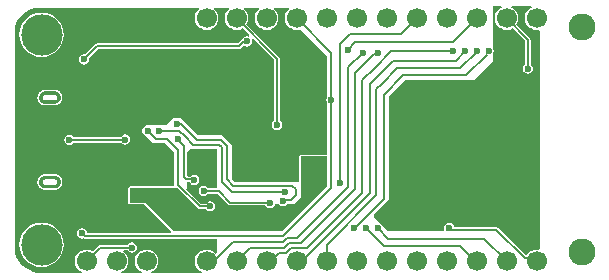
<source format=gbl>
G04*
G04 #@! TF.GenerationSoftware,Altium Limited,Altium Designer,20.2.6 (244)*
G04*
G04 Layer_Physical_Order=2*
G04 Layer_Color=16711680*
%FSLAX25Y25*%
%MOIN*%
G70*
G04*
G04 #@! TF.SameCoordinates,35E5D78F-83E5-4AAB-BCDB-BF6E4E5D2065*
G04*
G04*
G04 #@! TF.FilePolarity,Positive*
G04*
G01*
G75*
%ADD14C,0.00787*%
%ADD65C,0.09000*%
%ADD66C,0.13800*%
%ADD70C,0.01181*%
%ADD74C,0.06693*%
%ADD75C,0.02362*%
G36*
X92591Y88500D02*
X92257Y88243D01*
X91640Y87440D01*
X91253Y86504D01*
X91120Y85500D01*
X91253Y84496D01*
X91640Y83560D01*
X92257Y82757D01*
X93060Y82140D01*
X93996Y81753D01*
X95000Y81620D01*
X96004Y81753D01*
X96176Y81824D01*
X105000Y73000D01*
Y58982D01*
X104886Y58408D01*
X105000Y57835D01*
X105000Y40041D01*
X96500Y40041D01*
X96117Y39883D01*
X95959Y39500D01*
X95959Y31000D01*
X74612D01*
X73556Y32056D01*
X73612Y32112D01*
X73612Y43388D01*
X70300Y46700D01*
X61900Y46700D01*
X56400Y52200D01*
X53800Y52200D01*
X51600Y50000D01*
X44750Y50000D01*
X43500Y48750D01*
X43500Y47500D01*
X47100Y43900D01*
X51100D01*
X54000Y41000D01*
X54000Y29541D01*
X39500D01*
X39117Y29383D01*
X38959Y29000D01*
Y24000D01*
X39117Y23617D01*
X39500Y23459D01*
X44041D01*
X52250Y15250D01*
X52485D01*
X53323Y14411D01*
X53116Y13911D01*
X25192D01*
X25084Y14456D01*
X24712Y15012D01*
X24156Y15384D01*
X23500Y15514D01*
X22844Y15384D01*
X22288Y15012D01*
X21916Y14456D01*
X21786Y13800D01*
X21916Y13144D01*
X22288Y12588D01*
X22844Y12216D01*
X23500Y12086D01*
X24156Y12216D01*
X24170Y12226D01*
X24271Y12158D01*
X24620Y12089D01*
X68400D01*
Y7209D01*
X67900Y7039D01*
X67743Y7243D01*
X66940Y7860D01*
X66004Y8247D01*
X65000Y8380D01*
X63996Y8247D01*
X63060Y7860D01*
X62257Y7243D01*
X61640Y6440D01*
X61253Y5504D01*
X61120Y4500D01*
X61253Y3496D01*
X61640Y2560D01*
X62257Y1757D01*
X63060Y1140D01*
X63384Y1006D01*
X63284Y506D01*
X46716D01*
X46616Y1006D01*
X46940Y1140D01*
X47743Y1757D01*
X48360Y2560D01*
X48747Y3496D01*
X48880Y4500D01*
X48747Y5504D01*
X48360Y6440D01*
X47743Y7243D01*
X46940Y7860D01*
X46004Y8247D01*
X45000Y8380D01*
X43996Y8247D01*
X43060Y7860D01*
X42257Y7243D01*
X41640Y6440D01*
X41253Y5504D01*
X41120Y4500D01*
X41253Y3496D01*
X41640Y2560D01*
X42257Y1757D01*
X43060Y1140D01*
X43384Y1006D01*
X43284Y506D01*
X36715D01*
X36616Y1006D01*
X36940Y1140D01*
X37743Y1757D01*
X38360Y2560D01*
X38747Y3496D01*
X38880Y4500D01*
X38747Y5504D01*
X38360Y6440D01*
X37743Y7243D01*
X37163Y7689D01*
X37332Y8189D01*
X38687D01*
X38888Y7888D01*
X39444Y7516D01*
X40100Y7386D01*
X40756Y7516D01*
X41312Y7888D01*
X41684Y8444D01*
X41814Y9100D01*
X41684Y9756D01*
X41312Y10312D01*
X40756Y10684D01*
X40100Y10814D01*
X39444Y10684D01*
X38888Y10312D01*
X38687Y10011D01*
X29600D01*
X29251Y9942D01*
X28956Y9744D01*
X27014Y7803D01*
X26940Y7860D01*
X26004Y8247D01*
X25000Y8380D01*
X23996Y8247D01*
X23060Y7860D01*
X22257Y7243D01*
X21640Y6440D01*
X21253Y5504D01*
X21120Y4500D01*
X21253Y3496D01*
X21640Y2560D01*
X22257Y1757D01*
X23060Y1140D01*
X23384Y1006D01*
X23284Y506D01*
X10553D01*
X10523Y500D01*
X10509D01*
X10504Y501D01*
X10500Y501D01*
X10497D01*
X10482Y503D01*
X10464Y501D01*
X9845D01*
X8545Y672D01*
X7279Y1012D01*
X6068Y1513D01*
X4933Y2169D01*
X3893Y2966D01*
X2966Y3893D01*
X2169Y4933D01*
X1513Y6068D01*
X1012Y7279D01*
X1000Y7322D01*
X1000Y77496D01*
Y82732D01*
X1025Y82832D01*
X1823Y84558D01*
X2932Y86103D01*
X4312Y87411D01*
X5915Y88436D01*
X7329Y89000D01*
X62422Y89000D01*
X62591Y88500D01*
X62257Y88243D01*
X61640Y87440D01*
X61253Y86504D01*
X61120Y85500D01*
X61253Y84496D01*
X61640Y83560D01*
X62257Y82757D01*
X63060Y82140D01*
X63996Y81753D01*
X65000Y81620D01*
X66004Y81753D01*
X66940Y82140D01*
X67743Y82757D01*
X68360Y83560D01*
X68747Y84496D01*
X68880Y85500D01*
X68747Y86504D01*
X68360Y87440D01*
X67743Y88243D01*
X67409Y88500D01*
X67579Y89000D01*
X72421Y89000D01*
X72591Y88500D01*
X72257Y88243D01*
X71640Y87440D01*
X71253Y86504D01*
X71120Y85500D01*
X71253Y84496D01*
X71640Y83560D01*
X72257Y82757D01*
X73060Y82140D01*
X73996Y81753D01*
X75000Y81620D01*
X76004Y81753D01*
X76940Y82140D01*
X77014Y82197D01*
X79250Y79961D01*
X79140Y79415D01*
X79111Y79393D01*
X78500Y79514D01*
X77844Y79384D01*
X77288Y79012D01*
X76941Y78493D01*
X76869Y78445D01*
X75564Y77140D01*
X28528D01*
X28180Y77070D01*
X27884Y76873D01*
X24455Y73443D01*
X24100Y73514D01*
X23444Y73384D01*
X22888Y73012D01*
X22516Y72456D01*
X22386Y71800D01*
X22516Y71144D01*
X22888Y70588D01*
X23444Y70216D01*
X24100Y70086D01*
X24756Y70216D01*
X25312Y70588D01*
X25684Y71144D01*
X25814Y71800D01*
X25743Y72155D01*
X28906Y75317D01*
X75941D01*
X76290Y75387D01*
X76585Y75584D01*
X77469Y76468D01*
X77844Y76217D01*
X78500Y76086D01*
X79156Y76217D01*
X79712Y76588D01*
X80084Y77144D01*
X80214Y77800D01*
X80092Y78412D01*
X80115Y78440D01*
X80661Y78551D01*
X87589Y71623D01*
Y51413D01*
X87288Y51212D01*
X86916Y50656D01*
X86786Y50000D01*
X86916Y49344D01*
X87288Y48788D01*
X87844Y48416D01*
X88500Y48286D01*
X89156Y48416D01*
X89712Y48788D01*
X90084Y49344D01*
X90214Y50000D01*
X90084Y50656D01*
X89712Y51212D01*
X89411Y51413D01*
Y72000D01*
X89342Y72349D01*
X89144Y72644D01*
X78303Y83486D01*
X78360Y83560D01*
X78747Y84496D01*
X78880Y85500D01*
X78747Y86504D01*
X78360Y87440D01*
X77743Y88243D01*
X77409Y88500D01*
X77579Y89000D01*
X82421D01*
X82591Y88500D01*
X82257Y88243D01*
X81640Y87440D01*
X81253Y86504D01*
X81120Y85500D01*
X81253Y84496D01*
X81640Y83560D01*
X82257Y82757D01*
X83060Y82140D01*
X83996Y81753D01*
X85000Y81620D01*
X86004Y81753D01*
X86940Y82140D01*
X87743Y82757D01*
X88360Y83560D01*
X88747Y84496D01*
X88880Y85500D01*
X88747Y86504D01*
X88360Y87440D01*
X87743Y88243D01*
X87409Y88500D01*
X87578Y89000D01*
X92422D01*
X92591Y88500D01*
D02*
G37*
G36*
X173393Y88998D02*
X173060Y88860D01*
X172257Y88243D01*
X171640Y87440D01*
X171253Y86504D01*
X171120Y85500D01*
X171253Y84496D01*
X171640Y83560D01*
X172257Y82757D01*
X173060Y82140D01*
X173996Y81753D01*
X175000Y81620D01*
X175624Y81703D01*
X176000Y81373D01*
X176000Y8627D01*
X175624Y8298D01*
X175000Y8380D01*
X173996Y8247D01*
X173060Y7860D01*
X172257Y7243D01*
X171881Y6754D01*
X171231Y6697D01*
X163439Y14488D01*
X163401D01*
X162211Y15677D01*
X161916Y15875D01*
X161567Y15944D01*
X147546D01*
X147484Y16256D01*
X147112Y16812D01*
X146556Y17184D01*
X145900Y17314D01*
X145244Y17184D01*
X144688Y16812D01*
X144316Y16256D01*
X144186Y15600D01*
X144308Y14988D01*
X144291Y14863D01*
X144091Y14488D01*
X125512D01*
X120900Y19100D01*
X120900Y20400D01*
X125700Y25200D01*
X125735Y59300D01*
X131235Y64800D01*
X136700D01*
X154100Y64800D01*
X160500Y71200D01*
Y73719D01*
X160584Y73844D01*
X160714Y74500D01*
X160584Y75156D01*
X160500Y75281D01*
Y89498D01*
X163293Y89498D01*
X163392Y88998D01*
X163060Y88860D01*
X162257Y88243D01*
X161640Y87440D01*
X161253Y86504D01*
X161120Y85500D01*
X161253Y84496D01*
X161640Y83560D01*
X162257Y82757D01*
X163060Y82140D01*
X163996Y81753D01*
X165000Y81620D01*
X166004Y81753D01*
X166940Y82140D01*
X167014Y82197D01*
X171189Y78023D01*
Y70113D01*
X170888Y69912D01*
X170516Y69356D01*
X170386Y68700D01*
X170516Y68044D01*
X170888Y67488D01*
X171444Y67116D01*
X172100Y66986D01*
X172756Y67116D01*
X173312Y67488D01*
X173684Y68044D01*
X173814Y68700D01*
X173684Y69356D01*
X173312Y69912D01*
X173011Y70113D01*
Y78400D01*
X172942Y78749D01*
X172744Y79044D01*
X168303Y83486D01*
X168360Y83560D01*
X168747Y84496D01*
X168880Y85500D01*
X168747Y86504D01*
X168360Y87440D01*
X167743Y88243D01*
X166940Y88860D01*
X166607Y88998D01*
X166707Y89498D01*
X173294Y89498D01*
X173393Y88998D01*
D02*
G37*
G36*
X68500Y28911D02*
X65513D01*
X65312Y29212D01*
X64756Y29584D01*
X64100Y29714D01*
X63444Y29584D01*
X62888Y29212D01*
X62516Y28656D01*
X62386Y28000D01*
X62516Y27344D01*
X62888Y26788D01*
X63444Y26416D01*
X64100Y26286D01*
X64756Y26416D01*
X65312Y26788D01*
X65513Y27089D01*
X68500D01*
Y27000D01*
X72000Y23500D01*
X72211D01*
X72256Y23456D01*
X72551Y23258D01*
X72900Y23189D01*
X84653D01*
X84988Y22688D01*
X85544Y22316D01*
X86200Y22186D01*
X86856Y22316D01*
X87412Y22688D01*
X87784Y23244D01*
X87835Y23500D01*
X89213D01*
X89288Y23388D01*
X89844Y23016D01*
X90500Y22886D01*
X91156Y23016D01*
X91712Y23388D01*
X91787Y23500D01*
X94000Y23500D01*
X96500Y26000D01*
X96500Y39500D01*
X105000Y39500D01*
Y29500D01*
X90000Y14500D01*
X54000D01*
X44500Y24000D01*
X39500D01*
Y29000D01*
X55211D01*
X62030Y22182D01*
X62325Y21984D01*
X62674Y21915D01*
X64847D01*
X65048Y21614D01*
X65604Y21242D01*
X66260Y21112D01*
X66916Y21242D01*
X67472Y21614D01*
X67843Y22170D01*
X67974Y22826D01*
X67843Y23482D01*
X67472Y24038D01*
X66916Y24409D01*
X66260Y24540D01*
X65604Y24409D01*
X65048Y24038D01*
X64847Y23737D01*
X63051D01*
X58251Y28538D01*
X58442Y29000D01*
X58500D01*
Y30915D01*
X59336D01*
X59688Y30388D01*
X60244Y30016D01*
X60900Y29886D01*
X61556Y30016D01*
X62112Y30388D01*
X62484Y30944D01*
X62614Y31600D01*
X62484Y32256D01*
X62112Y32812D01*
X61556Y33184D01*
X60900Y33314D01*
X60244Y33184D01*
X59688Y32812D01*
X59638Y32737D01*
X58937D01*
X58500Y33174D01*
X58500Y41000D01*
X59500Y42000D01*
X68500D01*
Y28911D01*
D02*
G37*
%LPC*%
G36*
X10000Y87436D02*
X8549Y87293D01*
X7154Y86870D01*
X5869Y86183D01*
X4742Y85258D01*
X3817Y84131D01*
X3130Y82846D01*
X2707Y81451D01*
X2564Y80000D01*
X2707Y78549D01*
X3130Y77154D01*
X3817Y75869D01*
X4742Y74742D01*
X5869Y73817D01*
X7154Y73130D01*
X8549Y72707D01*
X10000Y72564D01*
X11451Y72707D01*
X12846Y73130D01*
X14131Y73817D01*
X15258Y74742D01*
X16183Y75869D01*
X16870Y77154D01*
X17293Y78549D01*
X17436Y80000D01*
X17293Y81451D01*
X16870Y82846D01*
X16183Y84131D01*
X15258Y85258D01*
X14131Y86183D01*
X12846Y86870D01*
X11451Y87293D01*
X10000Y87436D01*
D02*
G37*
G36*
X11336Y61685D02*
X11323Y61680D01*
X11310Y61685D01*
X11196Y61682D01*
X11182Y61676D01*
X11168Y61681D01*
X11055Y61672D01*
X11041Y61665D01*
X11026Y61669D01*
X10914Y61654D01*
X10901Y61646D01*
X10886Y61649D01*
X10774Y61629D01*
X10762Y61620D01*
X10747Y61623D01*
X10636Y61596D01*
X10624Y61587D01*
X10609Y61589D01*
X10500Y61557D01*
X10488Y61547D01*
X10473Y61548D01*
X10366Y61510D01*
X10355Y61500D01*
X10340D01*
X10235Y61457D01*
X10224Y61446D01*
X10209Y61445D01*
X10107Y61396D01*
X10096Y61385D01*
X10081Y61383D01*
X9982Y61329D01*
X9972Y61317D01*
X9957Y61315D01*
X9860Y61256D01*
X9851Y61243D01*
X9837Y61240D01*
X9743Y61176D01*
X9735Y61163D01*
X9720Y61159D01*
X9630Y61090D01*
X9623Y61077D01*
X9608Y61072D01*
X9522Y60999D01*
X9515Y60985D01*
X9501Y60980D01*
X9418Y60902D01*
X9412Y60888D01*
X9398Y60882D01*
X9320Y60799D01*
X9315Y60785D01*
X9301Y60778D01*
X9228Y60692D01*
X9223Y60677D01*
X9210Y60670D01*
X9141Y60580D01*
X9137Y60565D01*
X9124Y60557D01*
X9060Y60463D01*
X9057Y60449D01*
X9044Y60440D01*
X8985Y60343D01*
X8983Y60328D01*
X8971Y60318D01*
X8917Y60219D01*
X8915Y60204D01*
X8904Y60194D01*
X8855Y60091D01*
X8854Y60076D01*
X8843Y60065D01*
X8800Y59960D01*
Y59945D01*
X8790Y59934D01*
X8752Y59827D01*
X8753Y59812D01*
X8743Y59800D01*
X8711Y59691D01*
X8713Y59676D01*
X8704Y59664D01*
X8677Y59553D01*
X8680Y59538D01*
X8671Y59526D01*
X8651Y59414D01*
X8654Y59399D01*
X8646Y59386D01*
X8631Y59274D01*
X8636Y59258D01*
X8628Y59244D01*
X8619Y59115D01*
X8628Y59088D01*
X8617Y59061D01*
X8620Y58952D01*
X8626Y58939D01*
X8622Y58924D01*
X8630Y58816D01*
X8637Y58803D01*
X8633Y58788D01*
X8647Y58681D01*
X8655Y58668D01*
X8652Y58653D01*
X8671Y58546D01*
X8680Y58534D01*
X8677Y58519D01*
X8703Y58413D01*
X8711Y58401D01*
X8710Y58386D01*
X8741Y58282D01*
X8750Y58271D01*
X8749Y58255D01*
X8785Y58153D01*
X8796Y58142D01*
Y58127D01*
X8837Y58027D01*
X8848Y58016D01*
X8849Y58001D01*
X8895Y57903D01*
X8906Y57893D01*
X8908Y57878D01*
X8960Y57783D01*
X8971Y57774D01*
X8974Y57759D01*
X9030Y57666D01*
X9043Y57657D01*
X9046Y57643D01*
X9107Y57553D01*
X9120Y57545D01*
X9124Y57530D01*
X9189Y57445D01*
X9203Y57437D01*
X9207Y57423D01*
X9278Y57340D01*
X9291Y57333D01*
X9297Y57319D01*
X9371Y57241D01*
X9385Y57235D01*
X9391Y57221D01*
X9470Y57146D01*
X9484Y57141D01*
X9491Y57127D01*
X9573Y57057D01*
X9587Y57052D01*
X9595Y57039D01*
X9681Y56973D01*
X9696Y56969D01*
X9704Y56957D01*
X9793Y56895D01*
X9808Y56892D01*
X9817Y56880D01*
X9909Y56823D01*
X9924Y56821D01*
X9933Y56809D01*
X10029Y56757D01*
X10044Y56756D01*
X10054Y56745D01*
X10152Y56698D01*
X10167Y56697D01*
X10177Y56687D01*
X10277Y56645D01*
X10293D01*
X10304Y56635D01*
X10406Y56599D01*
X10421Y56600D01*
X10433Y56590D01*
X10537Y56559D01*
X10552Y56561D01*
X10564Y56552D01*
X10669Y56527D01*
X10684Y56529D01*
X10697Y56521D01*
X10803Y56501D01*
X10818Y56504D01*
X10831Y56497D01*
X10938Y56483D01*
X10953Y56486D01*
X10967Y56480D01*
X11075Y56471D01*
X11089Y56476D01*
X11103Y56470D01*
X11211Y56467D01*
X11218Y56470D01*
X11225Y56467D01*
X14172D01*
X14264Y56465D01*
X14277Y56470D01*
X14290Y56465D01*
X14404Y56468D01*
X14418Y56474D01*
X14432Y56469D01*
X14545Y56478D01*
X14559Y56485D01*
X14574Y56481D01*
X14686Y56496D01*
X14699Y56503D01*
X14714Y56500D01*
X14826Y56521D01*
X14838Y56529D01*
X14853Y56527D01*
X14964Y56553D01*
X14976Y56562D01*
X14991Y56561D01*
X15100Y56593D01*
X15112Y56602D01*
X15127Y56602D01*
X15234Y56639D01*
X15245Y56650D01*
X15260D01*
X15365Y56693D01*
X15376Y56704D01*
X15391Y56705D01*
X15493Y56753D01*
X15504Y56765D01*
X15519Y56766D01*
X15618Y56820D01*
X15628Y56832D01*
X15643Y56835D01*
X15740Y56894D01*
X15749Y56906D01*
X15764Y56909D01*
X15857Y56974D01*
X15865Y56986D01*
X15880Y56990D01*
X15970Y57059D01*
X15978Y57073D01*
X15992Y57077D01*
X16078Y57151D01*
X16085Y57164D01*
X16099Y57170D01*
X16182Y57248D01*
X16188Y57262D01*
X16202Y57268D01*
X16280Y57350D01*
X16285Y57364D01*
X16299Y57371D01*
X16372Y57458D01*
X16377Y57472D01*
X16390Y57480D01*
X16459Y57570D01*
X16463Y57584D01*
X16476Y57593D01*
X16540Y57686D01*
X16544Y57701D01*
X16556Y57710D01*
X16615Y57807D01*
X16617Y57822D01*
X16629Y57831D01*
X16683Y57931D01*
X16685Y57946D01*
X16696Y57956D01*
X16745Y58059D01*
X16746Y58074D01*
X16757Y58084D01*
X16800Y58189D01*
Y58205D01*
X16810Y58216D01*
X16848Y58323D01*
X16847Y58338D01*
X16857Y58350D01*
X16889Y58459D01*
X16887Y58474D01*
X16896Y58486D01*
X16923Y58596D01*
X16920Y58611D01*
X16929Y58624D01*
X16949Y58736D01*
X16946Y58750D01*
X16954Y58763D01*
X16969Y58876D01*
X16964Y58892D01*
X16972Y58906D01*
X16981Y59034D01*
X16972Y59062D01*
X16983Y59089D01*
X16980Y59197D01*
X16974Y59211D01*
X16978Y59225D01*
X16970Y59333D01*
X16963Y59347D01*
X16967Y59361D01*
X16953Y59469D01*
X16945Y59482D01*
X16948Y59497D01*
X16929Y59603D01*
X16920Y59616D01*
X16923Y59631D01*
X16898Y59736D01*
X16889Y59748D01*
X16890Y59763D01*
X16860Y59867D01*
X16850Y59879D01*
X16851Y59894D01*
X16815Y59996D01*
X16804Y60007D01*
Y60023D01*
X16763Y60123D01*
X16752Y60133D01*
X16751Y60149D01*
X16705Y60246D01*
X16694Y60256D01*
X16692Y60271D01*
X16641Y60366D01*
X16629Y60376D01*
X16626Y60391D01*
X16570Y60483D01*
X16557Y60492D01*
X16554Y60507D01*
X16493Y60596D01*
X16480Y60605D01*
X16476Y60619D01*
X16410Y60705D01*
X16397Y60713D01*
X16393Y60727D01*
X16322Y60809D01*
X16309Y60816D01*
X16303Y60830D01*
X16229Y60909D01*
X16215Y60915D01*
X16209Y60929D01*
X16130Y61003D01*
X16116Y61009D01*
X16109Y61022D01*
X16027Y61093D01*
X16013Y61097D01*
X16005Y61111D01*
X15919Y61176D01*
X15904Y61180D01*
X15896Y61193D01*
X15807Y61254D01*
X15792Y61257D01*
X15783Y61270D01*
X15691Y61326D01*
X15676Y61329D01*
X15666Y61340D01*
X15571Y61392D01*
X15556Y61394D01*
X15546Y61405D01*
X15449Y61452D01*
X15433Y61452D01*
X15423Y61463D01*
X15323Y61505D01*
X15307D01*
X15296Y61515D01*
X15194Y61551D01*
X15179Y61550D01*
X15167Y61559D01*
X15064Y61590D01*
X15048Y61589D01*
X15036Y61598D01*
X14931Y61623D01*
X14916Y61620D01*
X14903Y61629D01*
X14797Y61648D01*
X14782Y61645D01*
X14769Y61653D01*
X14661Y61667D01*
X14647Y61663D01*
X14633Y61670D01*
X14525Y61678D01*
X14511Y61674D01*
X14497Y61680D01*
X14389Y61683D01*
X14382Y61680D01*
X14375Y61683D01*
X11428D01*
X11336Y61685D01*
D02*
G37*
G36*
X37900Y46814D02*
X37244Y46684D01*
X36688Y46312D01*
X36420Y45911D01*
X20713D01*
X20512Y46212D01*
X19956Y46584D01*
X19300Y46714D01*
X18644Y46584D01*
X18088Y46212D01*
X17716Y45656D01*
X17586Y45000D01*
X17716Y44344D01*
X18088Y43788D01*
X18644Y43416D01*
X19300Y43286D01*
X19956Y43416D01*
X20512Y43788D01*
X20713Y44089D01*
X36554D01*
X36688Y43888D01*
X37244Y43516D01*
X37900Y43386D01*
X38556Y43516D01*
X39112Y43888D01*
X39484Y44444D01*
X39614Y45100D01*
X39484Y45756D01*
X39112Y46312D01*
X38556Y46684D01*
X37900Y46814D01*
D02*
G37*
G36*
X11336Y33535D02*
X11323Y33530D01*
X11310Y33535D01*
X11196Y33532D01*
X11182Y33526D01*
X11168Y33531D01*
X11055Y33522D01*
X11041Y33515D01*
X11026Y33519D01*
X10914Y33504D01*
X10901Y33497D01*
X10886Y33500D01*
X10774Y33479D01*
X10762Y33471D01*
X10747Y33473D01*
X10636Y33447D01*
X10624Y33438D01*
X10609Y33439D01*
X10500Y33407D01*
X10488Y33398D01*
X10473Y33398D01*
X10366Y33361D01*
X10355Y33350D01*
X10340D01*
X10235Y33307D01*
X10224Y33296D01*
X10209Y33295D01*
X10107Y33247D01*
X10096Y33235D01*
X10081Y33234D01*
X9982Y33180D01*
X9972Y33168D01*
X9957Y33165D01*
X9860Y33106D01*
X9851Y33094D01*
X9837Y33091D01*
X9743Y33026D01*
X9735Y33014D01*
X9720Y33010D01*
X9630Y32941D01*
X9623Y32928D01*
X9608Y32923D01*
X9522Y32849D01*
X9515Y32836D01*
X9501Y32830D01*
X9418Y32752D01*
X9412Y32738D01*
X9398Y32732D01*
X9320Y32650D01*
X9315Y32636D01*
X9301Y32629D01*
X9228Y32542D01*
X9223Y32528D01*
X9210Y32520D01*
X9141Y32430D01*
X9137Y32416D01*
X9124Y32407D01*
X9060Y32314D01*
X9057Y32299D01*
X9044Y32290D01*
X8985Y32193D01*
X8983Y32178D01*
X8971Y32169D01*
X8917Y32069D01*
X8915Y32054D01*
X8904Y32044D01*
X8855Y31941D01*
X8854Y31926D01*
X8843Y31916D01*
X8800Y31811D01*
Y31795D01*
X8790Y31784D01*
X8752Y31677D01*
X8753Y31662D01*
X8743Y31650D01*
X8711Y31541D01*
X8713Y31526D01*
X8704Y31514D01*
X8677Y31404D01*
X8680Y31389D01*
X8671Y31376D01*
X8651Y31264D01*
X8654Y31250D01*
X8646Y31236D01*
X8631Y31124D01*
X8636Y31108D01*
X8628Y31094D01*
X8619Y30966D01*
X8628Y30938D01*
X8617Y30911D01*
X8620Y30803D01*
X8626Y30789D01*
X8622Y30775D01*
X8630Y30667D01*
X8637Y30653D01*
X8633Y30639D01*
X8647Y30531D01*
X8655Y30518D01*
X8652Y30503D01*
X8671Y30397D01*
X8680Y30384D01*
X8677Y30369D01*
X8703Y30264D01*
X8711Y30252D01*
X8710Y30237D01*
X8741Y30133D01*
X8750Y30121D01*
X8749Y30106D01*
X8785Y30004D01*
X8795Y29992D01*
Y29977D01*
X8837Y29877D01*
X8848Y29867D01*
X8849Y29851D01*
X8895Y29754D01*
X8906Y29744D01*
X8908Y29729D01*
X8960Y29634D01*
X8971Y29624D01*
X8974Y29609D01*
X9030Y29517D01*
X9043Y29508D01*
X9046Y29493D01*
X9107Y29404D01*
X9120Y29395D01*
X9124Y29381D01*
X9189Y29295D01*
X9203Y29287D01*
X9207Y29273D01*
X9278Y29191D01*
X9291Y29184D01*
X9297Y29170D01*
X9371Y29091D01*
X9385Y29085D01*
X9391Y29071D01*
X9470Y28997D01*
X9484Y28991D01*
X9491Y28978D01*
X9573Y28907D01*
X9587Y28903D01*
X9595Y28890D01*
X9681Y28824D01*
X9696Y28820D01*
X9704Y28807D01*
X9793Y28746D01*
X9808Y28743D01*
X9817Y28730D01*
X9909Y28674D01*
X9924Y28671D01*
X9933Y28660D01*
X10029Y28608D01*
X10044Y28606D01*
X10054Y28595D01*
X10152Y28548D01*
X10167Y28548D01*
X10177Y28537D01*
X10277Y28495D01*
X10293D01*
X10304Y28485D01*
X10406Y28449D01*
X10421Y28450D01*
X10433Y28440D01*
X10537Y28410D01*
X10552Y28411D01*
X10564Y28402D01*
X10669Y28377D01*
X10684Y28380D01*
X10697Y28371D01*
X10803Y28352D01*
X10818Y28355D01*
X10831Y28347D01*
X10938Y28333D01*
X10953Y28337D01*
X10967Y28330D01*
X11075Y28322D01*
X11089Y28326D01*
X11103Y28320D01*
X11211Y28317D01*
X11218Y28320D01*
X11225Y28317D01*
X14172D01*
X14264Y28315D01*
X14277Y28320D01*
X14290Y28315D01*
X14404Y28318D01*
X14418Y28324D01*
X14432Y28319D01*
X14545Y28328D01*
X14559Y28335D01*
X14574Y28331D01*
X14686Y28346D01*
X14699Y28354D01*
X14714Y28351D01*
X14826Y28371D01*
X14838Y28379D01*
X14853Y28377D01*
X14964Y28404D01*
X14976Y28413D01*
X14991Y28411D01*
X15100Y28443D01*
X15112Y28453D01*
X15127Y28452D01*
X15234Y28490D01*
X15245Y28500D01*
X15260D01*
X15365Y28543D01*
X15376Y28554D01*
X15391Y28555D01*
X15494Y28604D01*
X15504Y28615D01*
X15519Y28617D01*
X15618Y28671D01*
X15628Y28683D01*
X15643Y28685D01*
X15740Y28744D01*
X15749Y28756D01*
X15763Y28760D01*
X15857Y28824D01*
X15865Y28837D01*
X15880Y28841D01*
X15970Y28910D01*
X15978Y28923D01*
X15992Y28928D01*
X16078Y29001D01*
X16085Y29015D01*
X16099Y29020D01*
X16182Y29098D01*
X16188Y29112D01*
X16202Y29118D01*
X16280Y29201D01*
X16285Y29215D01*
X16299Y29222D01*
X16372Y29308D01*
X16377Y29322D01*
X16390Y29330D01*
X16459Y29420D01*
X16463Y29435D01*
X16476Y29443D01*
X16540Y29537D01*
X16544Y29551D01*
X16556Y29560D01*
X16615Y29657D01*
X16617Y29672D01*
X16629Y29682D01*
X16683Y29781D01*
X16685Y29796D01*
X16696Y29807D01*
X16745Y29909D01*
X16746Y29924D01*
X16757Y29935D01*
X16800Y30040D01*
Y30055D01*
X16810Y30066D01*
X16848Y30173D01*
X16847Y30188D01*
X16857Y30200D01*
X16889Y30309D01*
X16887Y30324D01*
X16896Y30336D01*
X16923Y30447D01*
X16920Y30462D01*
X16929Y30474D01*
X16949Y30586D01*
X16946Y30601D01*
X16954Y30614D01*
X16969Y30726D01*
X16964Y30742D01*
X16972Y30757D01*
X16981Y30885D01*
X16972Y30912D01*
X16983Y30939D01*
X16980Y31047D01*
X16974Y31061D01*
X16978Y31076D01*
X16970Y31184D01*
X16963Y31197D01*
X16967Y31212D01*
X16953Y31319D01*
X16945Y31332D01*
X16948Y31347D01*
X16929Y31454D01*
X16920Y31466D01*
X16923Y31481D01*
X16898Y31587D01*
X16889Y31599D01*
X16890Y31614D01*
X16860Y31718D01*
X16850Y31729D01*
X16851Y31745D01*
X16815Y31847D01*
X16804Y31858D01*
Y31873D01*
X16763Y31973D01*
X16752Y31984D01*
X16751Y31999D01*
X16705Y32097D01*
X16694Y32107D01*
X16692Y32122D01*
X16641Y32217D01*
X16629Y32226D01*
X16626Y32241D01*
X16570Y32334D01*
X16557Y32343D01*
X16554Y32357D01*
X16493Y32447D01*
X16480Y32455D01*
X16476Y32469D01*
X16410Y32555D01*
X16397Y32563D01*
X16393Y32577D01*
X16322Y32660D01*
X16309Y32667D01*
X16303Y32681D01*
X16229Y32759D01*
X16215Y32765D01*
X16209Y32779D01*
X16130Y32854D01*
X16116Y32859D01*
X16109Y32873D01*
X16027Y32943D01*
X16013Y32948D01*
X16005Y32961D01*
X15919Y33027D01*
X15904Y33031D01*
X15896Y33043D01*
X15807Y33105D01*
X15792Y33108D01*
X15783Y33120D01*
X15691Y33177D01*
X15676Y33179D01*
X15666Y33191D01*
X15571Y33242D01*
X15556Y33244D01*
X15546Y33255D01*
X15449Y33302D01*
X15433Y33303D01*
X15423Y33313D01*
X15323Y33355D01*
X15307D01*
X15296Y33365D01*
X15194Y33401D01*
X15179Y33400D01*
X15167Y33410D01*
X15064Y33441D01*
X15048Y33439D01*
X15036Y33448D01*
X14931Y33473D01*
X14916Y33471D01*
X14903Y33479D01*
X14797Y33499D01*
X14782Y33496D01*
X14769Y33503D01*
X14661Y33517D01*
X14647Y33514D01*
X14633Y33520D01*
X14525Y33529D01*
X14511Y33524D01*
X14497Y33530D01*
X14389Y33533D01*
X14382Y33530D01*
X14375Y33533D01*
X11428D01*
X11336Y33535D01*
D02*
G37*
G36*
X10000Y17436D02*
X8549Y17293D01*
X7154Y16870D01*
X5869Y16183D01*
X4742Y15258D01*
X3817Y14131D01*
X3130Y12846D01*
X2707Y11451D01*
X2564Y10000D01*
X2707Y8549D01*
X3130Y7154D01*
X3817Y5869D01*
X4742Y4742D01*
X5869Y3817D01*
X7154Y3130D01*
X8549Y2707D01*
X10000Y2564D01*
X11451Y2707D01*
X12846Y3130D01*
X14131Y3817D01*
X15258Y4742D01*
X16183Y5869D01*
X16870Y7154D01*
X17293Y8549D01*
X17436Y10000D01*
X17293Y11451D01*
X16870Y12846D01*
X16183Y14131D01*
X15258Y15258D01*
X14131Y16183D01*
X12846Y16870D01*
X11451Y17293D01*
X10000Y17436D01*
D02*
G37*
%LPD*%
G36*
X11422Y61142D02*
X14375D01*
X14483Y61139D01*
X14591Y61130D01*
X14698Y61116D01*
X14805Y61097D01*
X14910Y61071D01*
X15013Y61041D01*
X15115Y61004D01*
X15215Y60963D01*
X15313Y60916D01*
X15408Y60865D01*
X15500Y60808D01*
X15590Y60747D01*
X15676Y60681D01*
X15758Y60611D01*
X15836Y60536D01*
X15911Y60458D01*
X15981Y60376D01*
X16047Y60290D01*
X16108Y60201D01*
X16165Y60108D01*
X16217Y60013D01*
X16263Y59916D01*
X16304Y59816D01*
X16341Y59714D01*
X16371Y59610D01*
X16397Y59504D01*
X16416Y59398D01*
X16430Y59291D01*
X16439Y59183D01*
X16442Y59075D01*
X16432Y58947D01*
X16417Y58834D01*
X16397Y58723D01*
X16370Y58612D01*
X16338Y58503D01*
X16300Y58396D01*
X16257Y58292D01*
X16208Y58189D01*
X16154Y58089D01*
X16094Y57993D01*
X16030Y57899D01*
X15961Y57809D01*
X15887Y57723D01*
X15809Y57640D01*
X15727Y57562D01*
X15641Y57489D01*
X15551Y57420D01*
X15457Y57355D01*
X15360Y57296D01*
X15260Y57242D01*
X15158Y57193D01*
X15053Y57150D01*
X14946Y57112D01*
X14837Y57079D01*
X14727Y57053D01*
X14615Y57032D01*
X14503Y57017D01*
X14390Y57009D01*
X14276Y57006D01*
X14178Y57008D01*
X11225D01*
X11117Y57011D01*
X11009Y57019D01*
X10902Y57033D01*
X10796Y57053D01*
X10690Y57078D01*
X10587Y57109D01*
X10485Y57145D01*
X10385Y57187D01*
X10287Y57233D01*
X10192Y57285D01*
X10099Y57341D01*
X10010Y57403D01*
X9924Y57468D01*
X9842Y57539D01*
X9764Y57613D01*
X9689Y57692D01*
X9619Y57774D01*
X9553Y57860D01*
X9492Y57949D01*
X9435Y58041D01*
X9384Y58136D01*
X9337Y58234D01*
X9296Y58334D01*
X9259Y58436D01*
X9229Y58540D01*
X9203Y58645D01*
X9184Y58751D01*
X9170Y58859D01*
X9161Y58967D01*
X9158Y59075D01*
X9168Y59203D01*
X9183Y59316D01*
X9203Y59427D01*
X9230Y59537D01*
X9262Y59646D01*
X9300Y59753D01*
X9343Y59858D01*
X9392Y59960D01*
X9446Y60060D01*
X9506Y60157D01*
X9570Y60251D01*
X9639Y60340D01*
X9713Y60427D01*
X9791Y60509D01*
X9873Y60587D01*
X9960Y60661D01*
X10050Y60730D01*
X10143Y60794D01*
X10240Y60854D01*
X10340Y60908D01*
X10442Y60957D01*
X10547Y61000D01*
X10654Y61038D01*
X10763Y61070D01*
X10873Y61097D01*
X10984Y61117D01*
X11097Y61132D01*
X11210Y61141D01*
X11324Y61144D01*
X11422Y61142D01*
D02*
G37*
%LPC*%
G36*
X14375Y59961D02*
X11225D01*
X11179Y59959D01*
X11133Y59956D01*
X11087Y59950D01*
X11041Y59941D01*
X10996Y59930D01*
X10951Y59917D01*
X10908Y59902D01*
X10865Y59884D01*
X10823Y59864D01*
X10782Y59842D01*
X10743Y59818D01*
X10705Y59791D01*
X10668Y59763D01*
X10633Y59733D01*
X10599Y59701D01*
X10567Y59667D01*
X10537Y59632D01*
X10509Y59596D01*
X10482Y59557D01*
X10458Y59518D01*
X10436Y59477D01*
X10416Y59435D01*
X10398Y59392D01*
X10383Y59348D01*
X10369Y59304D01*
X10359Y59259D01*
X10350Y59213D01*
X10344Y59167D01*
X10341Y59121D01*
X10339Y59075D01*
X10341Y59028D01*
X10344Y58982D01*
X10350Y58936D01*
X10359Y58891D01*
X10369Y58846D01*
X10383Y58801D01*
X10398Y58757D01*
X10416Y58714D01*
X10436Y58673D01*
X10458Y58632D01*
X10482Y58592D01*
X10509Y58554D01*
X10537Y58517D01*
X10567Y58482D01*
X10599Y58448D01*
X10633Y58416D01*
X10668Y58386D01*
X10705Y58358D01*
X10743Y58332D01*
X10782Y58308D01*
X10823Y58285D01*
X10865Y58266D01*
X10908Y58248D01*
X10951Y58232D01*
X10996Y58219D01*
X11041Y58208D01*
X11087Y58200D01*
X11133Y58194D01*
X11179Y58190D01*
X11225Y58189D01*
X14375D01*
X14421Y58190D01*
X14467Y58194D01*
X14513Y58200D01*
X14559Y58208D01*
X14604Y58219D01*
X14649Y58232D01*
X14692Y58248D01*
X14735Y58266D01*
X14777Y58285D01*
X14818Y58308D01*
X14857Y58332D01*
X14896Y58358D01*
X14932Y58386D01*
X14967Y58416D01*
X15001Y58448D01*
X15033Y58482D01*
X15063Y58517D01*
X15091Y58554D01*
X15118Y58592D01*
X15142Y58632D01*
X15164Y58673D01*
X15184Y58714D01*
X15202Y58757D01*
X15217Y58801D01*
X15230Y58846D01*
X15241Y58891D01*
X15250Y58936D01*
X15256Y58982D01*
X15259Y59028D01*
X15261Y59075D01*
X15259Y59121D01*
X15256Y59167D01*
X15250Y59213D01*
X15241Y59259D01*
X15230Y59304D01*
X15217Y59348D01*
X15202Y59392D01*
X15184Y59435D01*
X15164Y59477D01*
X15142Y59518D01*
X15118Y59557D01*
X15091Y59596D01*
X15063Y59632D01*
X15033Y59667D01*
X15001Y59701D01*
X14967Y59733D01*
X14932Y59763D01*
X14896Y59791D01*
X14857Y59818D01*
X14818Y59842D01*
X14777Y59864D01*
X14735Y59884D01*
X14692Y59902D01*
X14649Y59917D01*
X14604Y59930D01*
X14559Y59941D01*
X14513Y59950D01*
X14467Y59956D01*
X14421Y59959D01*
X14375Y59961D01*
D02*
G37*
%LPD*%
G36*
X11422Y32992D02*
X14375D01*
X14483Y32989D01*
X14591Y32981D01*
X14698Y32967D01*
X14805Y32947D01*
X14910Y32922D01*
X15013Y32891D01*
X15115Y32855D01*
X15215Y32813D01*
X15313Y32767D01*
X15408Y32715D01*
X15500Y32659D01*
X15590Y32597D01*
X15676Y32531D01*
X15758Y32461D01*
X15836Y32387D01*
X15911Y32308D01*
X15981Y32226D01*
X16047Y32140D01*
X16108Y32051D01*
X16165Y31959D01*
X16217Y31864D01*
X16263Y31766D01*
X16304Y31666D01*
X16341Y31564D01*
X16371Y31460D01*
X16397Y31355D01*
X16416Y31249D01*
X16430Y31141D01*
X16439Y31033D01*
X16442Y30925D01*
X16432Y30797D01*
X16417Y30685D01*
X16397Y30573D01*
X16370Y30463D01*
X16338Y30354D01*
X16300Y30247D01*
X16257Y30142D01*
X16208Y30040D01*
X16154Y29940D01*
X16094Y29843D01*
X16030Y29750D01*
X15961Y29660D01*
X15887Y29573D01*
X15809Y29491D01*
X15727Y29413D01*
X15641Y29339D01*
X15551Y29270D01*
X15457Y29206D01*
X15360Y29146D01*
X15260Y29092D01*
X15158Y29043D01*
X15053Y29000D01*
X14946Y28962D01*
X14837Y28930D01*
X14727Y28903D01*
X14615Y28883D01*
X14503Y28868D01*
X14390Y28859D01*
X14276Y28856D01*
X14178Y28858D01*
X11225D01*
X11117Y28861D01*
X11009Y28870D01*
X10902Y28884D01*
X10796Y28903D01*
X10690Y28929D01*
X10587Y28959D01*
X10485Y28995D01*
X10385Y29037D01*
X10287Y29084D01*
X10192Y29135D01*
X10099Y29192D01*
X10010Y29253D01*
X9924Y29319D01*
X9842Y29389D01*
X9764Y29464D01*
X9689Y29542D01*
X9619Y29624D01*
X9553Y29710D01*
X9492Y29800D01*
X9435Y29892D01*
X9384Y29987D01*
X9337Y30084D01*
X9296Y30185D01*
X9259Y30286D01*
X9229Y30390D01*
X9203Y30496D01*
X9184Y30602D01*
X9170Y30709D01*
X9161Y30817D01*
X9158Y30925D01*
X9168Y31053D01*
X9183Y31166D01*
X9203Y31277D01*
X9230Y31388D01*
X9262Y31497D01*
X9300Y31604D01*
X9343Y31708D01*
X9392Y31811D01*
X9446Y31911D01*
X9506Y32007D01*
X9570Y32101D01*
X9639Y32191D01*
X9713Y32277D01*
X9791Y32359D01*
X9873Y32438D01*
X9960Y32511D01*
X10050Y32580D01*
X10143Y32645D01*
X10240Y32704D01*
X10340Y32758D01*
X10442Y32807D01*
X10547Y32850D01*
X10654Y32888D01*
X10763Y32921D01*
X10873Y32947D01*
X10984Y32968D01*
X11097Y32983D01*
X11210Y32991D01*
X11324Y32994D01*
X11422Y32992D01*
D02*
G37*
%LPC*%
G36*
X14375Y31811D02*
X11225D01*
X11179Y31810D01*
X11133Y31806D01*
X11087Y31800D01*
X11041Y31792D01*
X10996Y31781D01*
X10951Y31768D01*
X10908Y31752D01*
X10865Y31734D01*
X10823Y31714D01*
X10782Y31692D01*
X10743Y31668D01*
X10705Y31642D01*
X10668Y31614D01*
X10633Y31583D01*
X10599Y31552D01*
X10567Y31518D01*
X10537Y31483D01*
X10509Y31446D01*
X10482Y31408D01*
X10458Y31368D01*
X10436Y31327D01*
X10416Y31286D01*
X10398Y31243D01*
X10383Y31199D01*
X10369Y31155D01*
X10359Y31109D01*
X10350Y31064D01*
X10344Y31018D01*
X10341Y30972D01*
X10339Y30925D01*
X10341Y30879D01*
X10344Y30833D01*
X10350Y30787D01*
X10359Y30741D01*
X10369Y30696D01*
X10383Y30652D01*
X10398Y30608D01*
X10416Y30565D01*
X10436Y30523D01*
X10458Y30482D01*
X10482Y30443D01*
X10509Y30404D01*
X10537Y30368D01*
X10567Y30332D01*
X10599Y30299D01*
X10633Y30267D01*
X10668Y30237D01*
X10705Y30209D01*
X10743Y30182D01*
X10782Y30158D01*
X10823Y30136D01*
X10865Y30116D01*
X10908Y30098D01*
X10951Y30083D01*
X10996Y30070D01*
X11041Y30059D01*
X11087Y30050D01*
X11133Y30044D01*
X11179Y30041D01*
X11225Y30039D01*
X14375D01*
X14421Y30041D01*
X14467Y30044D01*
X14513Y30050D01*
X14559Y30059D01*
X14604Y30070D01*
X14649Y30083D01*
X14692Y30098D01*
X14735Y30116D01*
X14777Y30136D01*
X14818Y30158D01*
X14857Y30182D01*
X14896Y30209D01*
X14932Y30237D01*
X14967Y30267D01*
X15001Y30299D01*
X15033Y30332D01*
X15063Y30368D01*
X15091Y30404D01*
X15118Y30443D01*
X15142Y30482D01*
X15164Y30523D01*
X15184Y30565D01*
X15202Y30608D01*
X15217Y30652D01*
X15230Y30696D01*
X15241Y30741D01*
X15250Y30787D01*
X15256Y30833D01*
X15259Y30879D01*
X15261Y30925D01*
X15259Y30972D01*
X15256Y31018D01*
X15250Y31064D01*
X15241Y31109D01*
X15230Y31155D01*
X15217Y31199D01*
X15202Y31243D01*
X15184Y31286D01*
X15164Y31327D01*
X15142Y31368D01*
X15118Y31408D01*
X15091Y31446D01*
X15063Y31483D01*
X15033Y31518D01*
X15001Y31552D01*
X14967Y31583D01*
X14932Y31614D01*
X14896Y31642D01*
X14857Y31668D01*
X14818Y31692D01*
X14777Y31714D01*
X14735Y31734D01*
X14692Y31752D01*
X14649Y31768D01*
X14604Y31781D01*
X14559Y31792D01*
X14513Y31800D01*
X14467Y31806D01*
X14421Y31810D01*
X14375Y31811D01*
D02*
G37*
%LPD*%
D14*
X109400Y76900D02*
X112900Y80400D01*
X19300Y45000D02*
X37800D01*
X37900Y45100D01*
X165000Y85500D02*
X172100Y78400D01*
Y68700D02*
Y78400D01*
X93239Y24826D02*
X94972Y26559D01*
X93641Y29772D02*
X94972Y28441D01*
Y26559D02*
Y28441D01*
X90726Y24826D02*
X93239D01*
X90500Y24600D02*
X90726Y24826D01*
X25000Y4500D02*
X29600Y9100D01*
X40100D01*
X88500Y50000D02*
Y72000D01*
X75000Y85500D02*
X88500Y72000D01*
X62674Y22826D02*
X66260D01*
X146220Y15600D02*
X146786Y15033D01*
X145900Y15600D02*
X146220D01*
X149441Y9500D02*
X154441Y4500D01*
X155000D01*
X126800Y12000D02*
X157500D01*
X165000Y4500D01*
X24100Y71800D02*
X28528Y76228D01*
X75941D01*
X77513Y77800D02*
X78500D01*
X75941Y76228D02*
X77513Y77800D01*
X51800Y45200D02*
X55500Y41500D01*
Y30000D02*
Y41500D01*
Y30000D02*
X62674Y22826D01*
X70000Y31000D02*
X73500Y27500D01*
X95000Y85500D02*
X106600Y73900D01*
X147000Y77500D02*
X155000Y85500D01*
X112900Y80400D02*
X129900D01*
X69000Y28000D02*
X72900Y24100D01*
X64100Y28000D02*
X69000D01*
X23500Y13800D02*
X23820D01*
X24620Y13000D01*
X65000Y4500D02*
X66055Y5555D01*
X68464D01*
X73909Y11000D01*
X79374Y8874D02*
X79437D01*
X75000Y4500D02*
X79374Y8874D01*
X79437D02*
X79500Y8937D01*
X72900Y24100D02*
X86200D01*
X129900Y80400D02*
X135000Y85500D01*
X121574Y74000D02*
X122000D01*
X126570Y74536D02*
X147114D01*
X116900Y64900D02*
X121038Y69038D01*
X119400Y63600D02*
X127200Y71400D01*
X124000Y60083D02*
X130417Y66500D01*
X128623Y68800D02*
X149500D01*
X121600Y61777D02*
X123397Y63573D01*
X123397D01*
X106600Y58408D02*
Y73900D01*
X116900Y27400D02*
Y64900D01*
X119400Y27133D02*
Y63600D01*
X114500Y67200D02*
X120767Y73467D01*
X121600Y26600D02*
Y61777D01*
X111274Y28274D02*
X112200Y29200D01*
X115498Y23231D02*
X119400Y27133D01*
X112593Y26593D02*
X114500Y28500D01*
X114412Y24912D02*
X116900Y27400D01*
X105000Y4500D02*
Y10000D01*
X124000Y25300D02*
Y60083D01*
X114113Y15413D02*
X124000Y25300D01*
X127200Y71400D02*
X148100D01*
X121038Y69038D02*
X121072D01*
X126570Y74536D01*
X79500Y8937D02*
X90785D01*
X73909Y11000D02*
X90470D01*
X106600Y29100D02*
Y58408D01*
X90500Y13000D02*
X106600Y29100D01*
X24620Y13000D02*
X90500D01*
X95299Y12299D02*
X111274Y28274D01*
X91777Y12299D02*
X95299D01*
X114412Y24912D02*
X114412D01*
X112593Y26593D02*
X112593D01*
X85000Y4500D02*
X86492D01*
X89247Y7256D01*
X92473Y10618D02*
X96618D01*
X91481Y7256D02*
X92182Y7957D01*
X98437Y8937D02*
X114412Y24912D01*
X93169Y8937D02*
X98437D01*
X98128Y6030D02*
X98298D01*
X96598Y4500D02*
X98128Y6030D01*
X98298D02*
X115498Y23231D01*
X105000Y10000D02*
X121600Y26600D01*
X45500Y48000D02*
X48300Y45200D01*
X51800D01*
X57500Y32600D02*
Y42800D01*
Y32600D02*
X58274Y31826D01*
X60674D01*
X60900Y31600D01*
X55400Y44900D02*
X57500Y42800D01*
X55400Y44900D02*
Y45200D01*
X57672Y46128D02*
Y46141D01*
X49000Y48000D02*
X55813D01*
X57672Y46141D01*
X55326Y50174D02*
X56626D01*
X55100Y50400D02*
X55326Y50174D01*
X57672Y46128D02*
X60600Y43200D01*
X70000Y31000D02*
Y42508D01*
X69308Y43200D02*
X70000Y42508D01*
X60600Y43200D02*
X69308D01*
X61700Y45100D02*
X69900D01*
X56626Y50174D02*
X61700Y45100D01*
X69900D02*
X71900Y43100D01*
Y31863D02*
X73991Y29772D01*
X71900Y31863D02*
Y43100D01*
X73991Y29772D02*
X93641D01*
X155000Y74300D02*
Y74500D01*
X118000Y15500D02*
X124000Y9500D01*
X96618Y10618D02*
X112593Y26593D01*
X124000Y9500D02*
X149441D01*
X89247Y7256D02*
X91481D01*
X90785Y8937D02*
X91486Y9638D01*
X111274Y28274D02*
X111274D01*
X122000Y15500D02*
X125500Y12000D01*
X126800D01*
X130417Y66500D02*
X151600D01*
X149500Y68800D02*
X155000Y74300D01*
X123397Y63573D02*
X128623Y68800D01*
X90470Y11000D02*
X90789Y11319D01*
X161567Y15033D02*
X171112Y5488D01*
X174012D01*
X175000Y4500D01*
X146786Y15033D02*
X161567D01*
X120767Y73467D02*
X121041D01*
X148100Y71400D02*
X151215Y74515D01*
X92189Y7957D02*
X93169Y8937D01*
X92182Y7957D02*
X92189D01*
X91493Y9638D02*
X92473Y10618D01*
X91486Y9638D02*
X91493D01*
X151600Y66500D02*
X158409Y73309D01*
X90796Y11319D02*
X91777Y12299D01*
X90789Y11319D02*
X90796D01*
X73500Y27500D02*
X91100D01*
X114500Y28500D02*
Y67200D01*
X121041Y73467D02*
X121574Y74000D01*
X109400Y30600D02*
Y76900D01*
X95000Y4500D02*
X96598D01*
X115498Y23231D02*
X115498D01*
X112200Y69200D02*
X117000Y74000D01*
X114500Y77500D02*
X147000D01*
X112000Y75000D02*
X114500Y77500D01*
X112200Y29200D02*
Y69200D01*
D65*
X190000Y7500D02*
D03*
Y82500D02*
D03*
D66*
X10000Y10000D02*
D03*
Y80000D02*
D03*
D70*
X66609Y25689D02*
X70670Y21628D01*
X87141D01*
X87694Y22181D01*
X61828Y27059D02*
X63198Y25689D01*
X66609D01*
X68275Y21628D02*
X70670D01*
X61828Y27059D02*
Y29316D01*
X64200Y31687D01*
Y37376D01*
X94181Y22181D02*
X98587Y26587D01*
X87694Y22181D02*
X94181D01*
X98587Y26587D02*
Y35160D01*
X67201Y20554D02*
X68275Y21628D01*
X50179Y20554D02*
X67201D01*
X42769Y27707D02*
X43026D01*
X50179Y20554D01*
D74*
X175000Y85500D02*
D03*
X165000D02*
D03*
X155000D02*
D03*
X145000D02*
D03*
X135000D02*
D03*
X125000D02*
D03*
X115000D02*
D03*
X105000D02*
D03*
X95000D02*
D03*
X85000D02*
D03*
X75000D02*
D03*
X65000D02*
D03*
X25000Y4500D02*
D03*
X35000D02*
D03*
X45000D02*
D03*
X55000D02*
D03*
X65000D02*
D03*
X75000D02*
D03*
X85000D02*
D03*
X95000D02*
D03*
X105000D02*
D03*
X115000D02*
D03*
X125000D02*
D03*
X135000D02*
D03*
X145000D02*
D03*
X155000D02*
D03*
X165000D02*
D03*
X175000D02*
D03*
D75*
X30345Y65748D02*
D03*
X30371Y72993D02*
D03*
X37590Y65750D02*
D03*
X26755Y62026D02*
D03*
X26753Y69271D02*
D03*
X34000Y62000D02*
D03*
X33997Y69245D02*
D03*
X37616Y72995D02*
D03*
X40100Y9100D02*
D03*
X118000Y15500D02*
D03*
X145900Y15600D02*
D03*
X122000Y15500D02*
D03*
X24100Y71800D02*
D03*
X23500Y13800D02*
D03*
X90500Y24600D02*
D03*
X19300Y45000D02*
D03*
X37900Y45100D02*
D03*
X66260Y22826D02*
D03*
X75000Y78500D02*
D03*
X171600Y12600D02*
D03*
X172100Y68700D02*
D03*
X25700Y36700D02*
D03*
X36900Y32000D02*
D03*
X44300Y33500D02*
D03*
X94500Y32600D02*
D03*
X94300Y43600D02*
D03*
X85400Y61600D02*
D03*
X98587Y35160D02*
D03*
X60900Y31600D02*
D03*
X64200Y37376D02*
D03*
X88500Y50000D02*
D03*
X49000Y48000D02*
D03*
X45500D02*
D03*
X78500Y77800D02*
D03*
X106600Y58408D02*
D03*
X102500Y67700D02*
D03*
X109400Y30600D02*
D03*
X86200Y23900D02*
D03*
X64100Y28000D02*
D03*
X112000Y75000D02*
D03*
X114000Y15500D02*
D03*
X147000Y74500D02*
D03*
X55400Y45200D02*
D03*
X55100Y50400D02*
D03*
X169213Y71587D02*
D03*
X65000Y70802D02*
D03*
X159000Y74500D02*
D03*
X155000D02*
D03*
X151000D02*
D03*
X12600Y34900D02*
D03*
X10100Y19900D02*
D03*
X5100Y39900D02*
D03*
Y29900D02*
D03*
X20100D02*
D03*
X5100Y49900D02*
D03*
X7600Y34900D02*
D03*
X94400Y62398D02*
D03*
X159600Y60200D02*
D03*
X164600Y30200D02*
D03*
Y40200D02*
D03*
X167100Y55200D02*
D03*
X164600Y60200D02*
D03*
X167100Y25200D02*
D03*
Y35200D02*
D03*
X46300Y17800D02*
D03*
X138302Y41734D02*
D03*
X138360Y56192D02*
D03*
X149600Y30200D02*
D03*
X152100Y25200D02*
D03*
X144600Y30200D02*
D03*
X147100Y25200D02*
D03*
X142100Y35200D02*
D03*
Y25200D02*
D03*
X137100Y35200D02*
D03*
X147100D02*
D03*
X134600Y30200D02*
D03*
X137100Y25200D02*
D03*
X139600Y30200D02*
D03*
X132100Y35200D02*
D03*
X129600Y30200D02*
D03*
X132100Y25200D02*
D03*
X127100Y35200D02*
D03*
Y25200D02*
D03*
X162100Y45200D02*
D03*
X159600Y40200D02*
D03*
X162100Y35200D02*
D03*
X159600Y30200D02*
D03*
X162100Y25200D02*
D03*
X159600Y20200D02*
D03*
X154600Y60200D02*
D03*
X157100Y55200D02*
D03*
X154600Y50200D02*
D03*
Y40200D02*
D03*
X157100Y35200D02*
D03*
X154600Y30200D02*
D03*
X157100Y25200D02*
D03*
X154600Y20200D02*
D03*
X152100Y35200D02*
D03*
X117000Y74000D02*
D03*
X80200Y34747D02*
D03*
X8900Y26900D02*
D03*
X24600Y31900D02*
D03*
X5200Y45100D02*
D03*
X18700Y35100D02*
D03*
X40700Y17600D02*
D03*
X157100Y45200D02*
D03*
X159600Y50200D02*
D03*
X164600D02*
D03*
X162100Y55200D02*
D03*
X169600Y40200D02*
D03*
X167100Y45200D02*
D03*
X169600Y50200D02*
D03*
X4200Y19100D02*
D03*
X40936Y25616D02*
D03*
X33400Y47100D02*
D03*
X41000Y21700D02*
D03*
X91100Y27500D02*
D03*
X44323Y25581D02*
D03*
X42769Y27707D02*
D03*
X141987Y52444D02*
D03*
X149199Y52412D02*
D03*
X52000Y41200D02*
D03*
X134742Y52470D02*
D03*
X149202Y45167D02*
D03*
X141989Y45199D02*
D03*
X134744Y45225D02*
D03*
X145605Y56194D02*
D03*
X145547Y41737D02*
D03*
X145579Y48949D02*
D03*
X98100Y37800D02*
D03*
X90576Y70967D02*
D03*
X138334Y48947D02*
D03*
X122000Y74000D02*
D03*
X84760Y47500D02*
D03*
M02*

</source>
